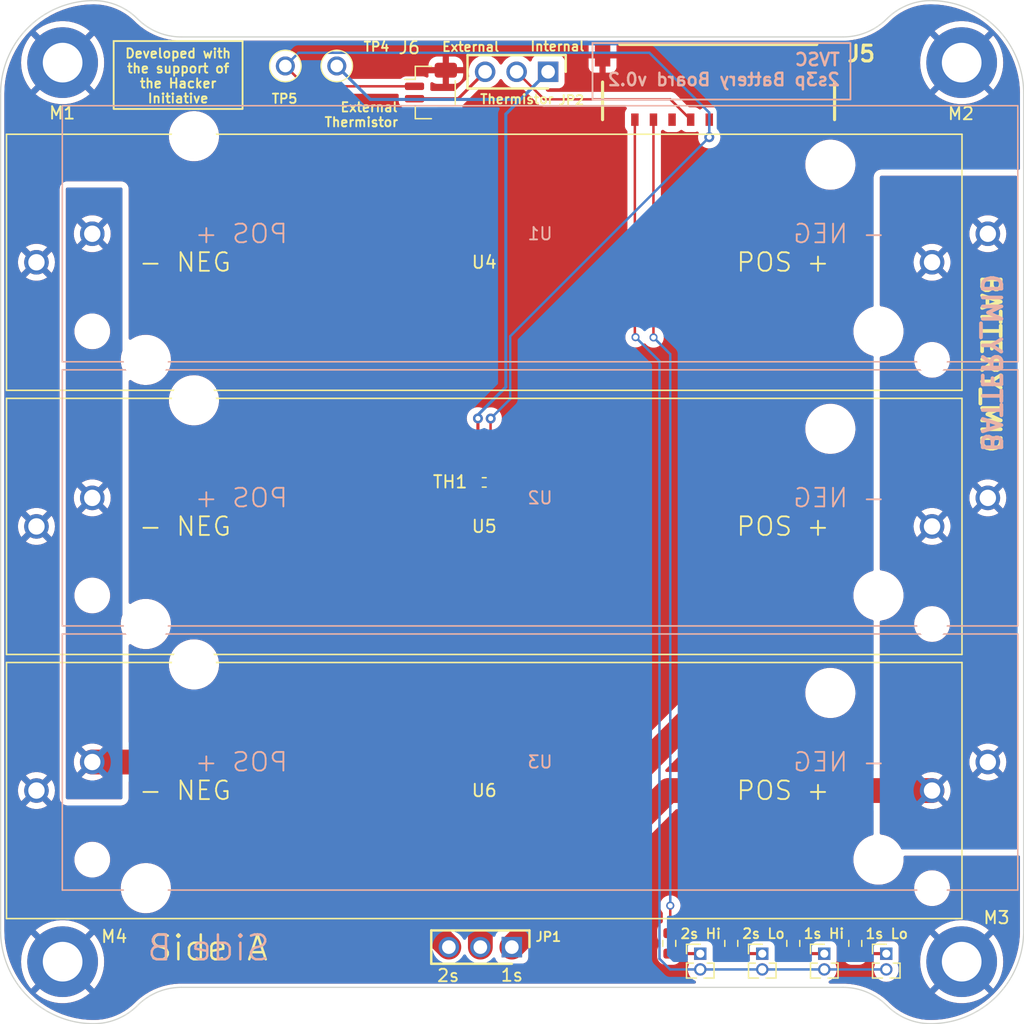
<source format=kicad_pcb>
(kicad_pcb (version 20221018) (generator pcbnew)
  (layers (0 "F.Cu" signal) (31 "B.Cu" signal) (34 "B.Paste" user) (35 "F.Paste" user) (36 "B.SilkS" user "B.Silkscreen") (37 "F.SilkS" user "F.Silkscreen") (38 "B.Mask" user) (39 "F.Mask" user) (44 "Edge.Cuts" user))
  (property "PCB_VERSION" "0.2")
  (net 0 "")
  (net 1 "BATTERY_ID_+")
  (net 2 "BATTERY_-")
  (net 3 "/BATTERY_+_OUTPUT")
  (net 5 "THERMISTOR_-")
  (net 6 "THERMISTOR_+")
  (net 8 "BATTERY_ID_-")
  (net 9 "BATTERY_+")
  (net 10 "BATTERY_MID")
  (net 11 "/THERMISTOR_REAL_+")
  (net 12 "/2S_1.5MHz_SEL")
  (net 13 "/2S_750kHz_SEL")
  (net 14 "/1S_1.5MHz_SEL")
  (net 15 "/1S_750kHz_SEL")
  (net 16 "Net-(J6-Pin_2)")
  (footprint "MountingHole:MountingHole_3.2mm_M3_ISO7380_Pad_TopBottom" (layer "F.Cu") (at 105 127.5)
    (fp_text reference "M4" (at 4.16 -2.03) (layer "F.SilkS"))
    (fp_text value "~")
    (pad "1" thru_hole circle (at 0 0) (size 3.6 3.6) (drill 3.2) (layers "*.Cu" "*.Mask") (net 2 "BATTERY_-"))
    (pad "1" connect circle (at 0 0) (size 5.7 5.7) (layers "F.Cu" "F.Mask") (net 2 "BATTERY_-"))
    (pad "1" connect circle (at 0 0) (size 5.7 5.7) (layers "B.Cu" "B.Mask") (net 2 "BATTERY_-"))
  )
  (footprint "MountingHole:MountingHole_3.2mm_M3_ISO7380_Pad_TopBottom" (layer "F.Cu") (at 177.5 55)
    (fp_text reference "M2" (at -0.06 4.11) (layer "F.SilkS"))
    (fp_text value "~")
    (pad "1" thru_hole circle (at 0 0) (size 3.6 3.6) (drill 3.2) (layers "*.Cu" "*.Mask") (net 2 "BATTERY_-"))
    (pad "1" connect circle (at 0 0) (size 5.7 5.7) (layers "F.Cu" "F.Mask") (net 2 "BATTERY_-"))
    (pad "1" connect circle (at 0 0) (size 5.7 5.7) (layers "B.Cu" "B.Mask") (net 2 "BATTERY_-"))
  )
  (footprint "Resistor_SMD:R_0603_1608Metric" (layer "F.Cu") (at 163.92 126.025 90)
    (fp_text reference "R3" hide)
    (fp_text value "3.0k")
    (fp_text user "1s Hi" (at 0.785 2.48 unlocked) (layer "F.SilkS") (effects (font (size 0.8 0.8))))
    (fp_line (start -0.237258 -0.5225) (end 0.237258 -0.5225) (stroke (width 0.12)) (layer "F.SilkS"))
    (fp_line (start -0.237258 0.5225) (end 0.237258 0.5225) (stroke (width 0.12)) (layer "F.SilkS"))
    (pad "1" smd roundrect (at -0.825 0 90) (size 0.8 0.95) (layers "F.Cu" "F.Paste" "F.Mask") (net 14 "/1S_1.5MHz_SEL"))
    (pad "2" smd roundrect (at 0.825 0 90) (size 0.8 0.95) (layers "F.Cu" "F.Paste" "F.Mask") (net 8 "BATTERY_ID_-"))
  )
  (footprint "footprints:Keystone_5002" (layer "F.Cu") (at 122.96 55.27 -90)
    (fp_text reference "TP5" (at 2.64 0.06) (layer "F.SilkS") (effects (font (size 0.75 0.75))))
    (fp_text value "White" hide)
    (fp_line (start -1.27 0) (end -1.27 0) (stroke (width 0.1)) (layer "F.SilkS"))
    (fp_line (start 1.27 0) (end 1.27 0) (stroke (width 0.1)) (layer "F.SilkS"))
    (fp_arc (start -1.27 0) (mid 0 -1.27) (end 1.27 0) (stroke (width 0.1)) (layer "F.SilkS"))
    (fp_arc (start 1.27 0) (mid 0 1.27) (end -1.27 0) (stroke (width 0.1)) (layer "F.SilkS"))
    (pad "1" thru_hole circle (at 0 0 270) (size 1.53 1.53) (drill 1.02) (layers "*.Cu" "*.Mask") (net 5 "THERMISTOR_-"))
  )
  (footprint "footprints:Keystone_5002" (layer "F.Cu") (at 127.11 55.27 -90)
    (fp_text reference "TP4" (at -1.55 -3.2) (layer "F.SilkS") (effects (font (size 0.75 0.75))))
    (fp_text value "White" hide)
    (fp_line (start -1.27 0) (end -1.27 0) (stroke (width 0.1)) (layer "F.SilkS"))
    (fp_line (start 1.27 0) (end 1.27 0) (stroke (width 0.1)) (layer "F.SilkS"))
    (fp_arc (start -1.27 0) (mid 0 -1.27) (end 1.27 0) (stroke (width 0.1)) (layer "F.SilkS"))
    (fp_arc (start 1.27 0) (mid 0 1.27) (end -1.27 0) (stroke (width 0.1)) (layer "F.SilkS"))
    (pad "1" thru_hole circle (at 0 0 270) (size 1.53 1.53) (drill 1.02) (layers "*.Cu" "*.Mask") (net 11 "/THERMISTOR_REAL_+"))
  )
  (footprint "footprints:BAT_1043" (layer "F.Cu") (at 139 113.7)
    (fp_text reference "U6" (at 0 0) (layer "F.SilkS"))
    (fp_text value "1043")
    (fp_text user "- NEG" (at -27.94 0 unlocked) (layer "F.SilkS") (effects (font (size 1.5 1.5)) (justify left)))
    (fp_text user "POS +" (at 27.94 0 unlocked) (layer "F.SilkS") (effects (font (size 1.5 1.5)) (justify right)))
    (fp_line (start -38.525 -10.325) (end -38.525 10.325) (stroke (width 0.127)) (layer "F.SilkS"))
    (fp_line (start -38.525 10.325) (end 38.525 10.325) (stroke (width 0.127)) (layer "F.SilkS"))
    (fp_line (start 38.525 -10.325) (end -38.525 -10.325) (stroke (width 0.127)) (layer "F.SilkS"))
    (fp_line (start 38.525 10.325) (end 38.525 -10.325) (stroke (width 0.127)) (layer "F.SilkS"))
    (pad "" np_thru_hole circle (at -27.29 7.87) (size 3.55 3.55) (drill 3.55) (layers "*.Cu" "*.Mask"))
    (pad "" np_thru_hole circle (at 27.91 -7.87) (size 3.55 3.55) (drill 3.55) (layers "*.Cu" "*.Mask"))
    (pad "" np_thru_hole circle (at 36.11 7.87) (size 2.39 2.39) (drill 2.39) (layers "*.Cu" "*.Mask"))
    (pad "N" thru_hole circle (at -36.11 0) (size 1.98 1.98) (drill 1.32) (layers "*.Cu" "*.Mask") (net 2 "BATTERY_-"))
    (pad "P" thru_hole circle (at 36.11 0) (size 1.98 1.98) (drill 1.32) (layers "*.Cu" "*.Mask") (net 10 "BATTERY_MID"))
  )
  (footprint "Resistor_SMD:R_0603_1608Metric" (layer "F.Cu") (at 153.92 126.025 90)
    (fp_text reference "R1" hide)
    (fp_text value "6.04k")
    (fp_text user "2s Hi" (at 0.775 2.54 unlocked) (layer "F.SilkS") (effects (font (size 0.8 0.8))))
    (fp_line (start -0.237258 -0.5225) (end 0.237258 -0.5225) (stroke (width 0.12)) (layer "F.SilkS"))
    (fp_line (start -0.237258 0.5225) (end 0.237258 0.5225) (stroke (width 0.12)) (layer "F.SilkS"))
    (pad "1" smd roundrect (at -0.825 0 90) (size 0.8 0.95) (layers "F.Cu" "F.Paste" "F.Mask") (net 12 "/2S_1.5MHz_SEL"))
    (pad "2" smd roundrect (at 0.825 0 90) (size 0.8 0.95) (layers "F.Cu" "F.Paste" "F.Mask") (net 8 "BATTERY_ID_-"))
  )
  (footprint "MountingHole:MountingHole_3.2mm_M3_ISO7380_Pad_TopBottom" (layer "F.Cu") (at 177.5 127.5)
    (fp_text reference "M3" (at 2.81 -3.55) (layer "F.SilkS"))
    (fp_text value "~")
    (pad "1" thru_hole circle (at 0 0) (size 3.6 3.6) (drill 3.2) (layers "*.Cu" "*.Mask") (net 2 "BATTERY_-"))
    (pad "1" connect circle (at 0 0) (size 5.7 5.7) (layers "F.Cu" "F.Mask") (net 2 "BATTERY_-"))
    (pad "1" connect circle (at 0 0) (size 5.7 5.7) (layers "B.Cu" "B.Mask") (net 2 "BATTERY_-"))
  )
  (footprint "Connector_PinHeader_1.27mm:PinHeader_1x02_P1.27mm_Vertical" (layer "F.Cu") (at 171.42 126.855)
    (fp_text reference "J4" hide)
    (fp_text value "2-pin Header" hide)
    (fp_line (start -1.11 -0.76) (end 0 -0.76) (stroke (width 0.12)) (layer "F.SilkS"))
    (fp_line (start -1.11 0) (end -1.11 -0.76) (stroke (width 0.12)) (layer "F.SilkS"))
    (fp_line (start -1.11 0.76) (end -1.11 1.965) (stroke (width 0.12)) (layer "F.SilkS"))
    (fp_line (start -1.11 0.76) (end -0.563471 0.76) (stroke (width 0.12)) (layer "F.SilkS"))
    (fp_line (start -1.11 1.965) (end -0.30753 1.965) (stroke (width 0.12)) (layer "F.SilkS"))
    (fp_line (start 0.30753 1.965) (end 1.11 1.965) (stroke (width 0.12)) (layer "F.SilkS"))
    (fp_line (start 0.563471 0.76) (end 1.11 0.76) (stroke (width 0.12)) (layer "F.SilkS"))
    (fp_line (start 1.11 0.76) (end 1.11 1.965) (stroke (width 0.12)) (layer "F.SilkS"))
    (pad "1" thru_hole rect (at 0 0) (size 1 1) (drill 0.65) (layers "*.Cu" "*.Mask") (net 15 "/1S_750kHz_SEL"))
    (pad "2" thru_hole oval (at 0 1.27) (size 1 1) (drill 0.65) (layers "*.Cu" "*.Mask") (net 1 "BATTERY_ID_+"))
  )
  (footprint "footprints:HDRV3W64P0X254_1X3_762X254X869P" (layer "F.Cu") (at 144.15 55.74 180)
    (fp_text reference "JP2" (at -1.88 -2.29 180) (layer "F.SilkS") (effects (font (size 0.75 0.75))))
    (fp_text value "Conn_01x03" hide)
    (fp_text user "External" (at 6.25 2.01 unlocked) (layer "F.SilkS") (effects (font (size 0.75 0.75))))
    (fp_text user "Thermistor" (at 2.52 -2.21 unlocked) (layer "F.SilkS") (effects (font (size 0.75 0.75))))
    (fp_text user "Internal" (at -0.75 2.05 unlocked) (layer "F.SilkS") (effects (font (size 0.75 0.75))))
    (fp_line (start -1.42 0) (end -1.42 1.345) (stroke (width 0.2)) (layer "F.SilkS"))
    (fp_line (start -1.42 1.345) (end 6.5 1.345) (stroke (width 0.2)) (layer "F.SilkS"))
    (fp_line (start 6.5 -1.345) (end 0 -1.345) (stroke (width 0.2)) (layer "F.SilkS"))
    (fp_line (start 6.5 1.345) (end 6.5 -1.345) (stroke (width 0.2)) (layer "F.SilkS"))
    (pad "1" thru_hole rect (at 0 0 180) (size 1.65 1.65) (drill 1.1) (layers "*.Cu" "*.Mask") (net 11 "/THERMISTOR_REAL_+"))
    (pad "2" thru_hole circle (at 2.54 0 180) (size 1.65 1.65) (drill 1.1) (layers "*.Cu" "*.Mask") (net 6 "THERMISTOR_+"))
    (pad "3" thru_hole circle (at 5.08 0 180) (size 1.65 1.65) (drill 1.1) (layers "*.Cu" "*.Mask") (net 16 "Net-(J6-Pin_2)"))
  )
  (footprint "footprints:BAT_1043" (layer "F.Cu") (at 139 92.4)
    (fp_text reference "U5" (at 0 0) (layer "F.SilkS"))
    (fp_text value "1043")
    (fp_text user "- NEG" (at -27.94 0 unlocked) (layer "F.SilkS") (effects (font (size 1.5 1.5)) (justify left)))
    (fp_text user "POS +" (at 27.94 0 unlocked) (layer "F.SilkS") (effects (font (size 1.5 1.5)) (justify right)))
    (fp_line (start -38.525 -10.325) (end -38.525 10.325) (stroke (width 0.127)) (layer "F.SilkS"))
    (fp_line (start -38.525 10.325) (end 38.525 10.325) (stroke (width 0.127)) (layer "F.SilkS"))
    (fp_line (start 38.525 -10.325) (end -38.525 -10.325) (stroke (width 0.127)) (layer "F.SilkS"))
    (fp_line (start 38.525 10.325) (end 38.525 -10.325) (stroke (width 0.127)) (layer "F.SilkS"))
    (pad "" np_thru_hole circle (at -27.29 7.87) (size 3.55 3.55) (drill 3.55) (layers "*.Cu" "*.Mask"))
    (pad "" np_thru_hole circle (at 27.91 -7.87) (size 3.55 3.55) (drill 3.55) (layers "*.Cu" "*.Mask"))
    (pad "" np_thru_hole circle (at 36.11 7.87) (size 2.39 2.39) (drill 2.39) (layers "*.Cu" "*.Mask"))
    (pad "N" thru_hole circle (at -36.11 0) (size 1.98 1.98) (drill 1.32) (layers "*.Cu" "*.Mask") (net 2 "BATTERY_-"))
    (pad "P" thru_hole circle (at 36.11 0) (size 1.98 1.98) (drill 1.32) (layers "*.Cu" "*.Mask") (net 10 "BATTERY_MID"))
  )
  (footprint "Resistor_SMD:R_0603_1608Metric" (layer "F.Cu") (at 158.92 126.025 90)
    (fp_text reference "R2" hide)
    (fp_text value "8.2k")
    (fp_text user "2s Lo" (at 0.785 2.6 unlocked) (layer "F.SilkS") (effects (font (size 0.8 0.8))))
    (fp_line (start -0.237258 -0.5225) (end 0.237258 -0.5225) (stroke (width 0.12)) (layer "F.SilkS"))
    (fp_line (start -0.237258 0.5225) (end 0.237258 0.5225) (stroke (width 0.12)) (layer "F.SilkS"))
    (pad "1" smd roundrect (at -0.825 0 90) (size 0.8 0.95) (layers "F.Cu" "F.Paste" "F.Mask") (net 13 "/2S_750kHz_SEL"))
    (pad "2" smd roundrect (at 0.825 0 90) (size 0.8 0.95) (layers "F.Cu" "F.Paste" "F.Mask") (net 8 "BATTERY_ID_-"))
  )
  (footprint "footprints:HDRV3W64P0X254_1X3_762X254X869P" (layer "F.Cu") (at 141.225 126.325 180)
    (fp_text reference "JP1" (at -2.945 0.825 180) (layer "F.SilkS") (effects (font (size 0.75 0.75))))
    (fp_text value "Conn_01x03" hide)
    (fp_text user "2s" (at 5.135 -2.295 unlocked) (layer "F.SilkS"))
    (fp_text user "1s" (at -0.005 -2.265 unlocked) (layer "F.SilkS"))
    (fp_line (start -1.42 0) (end -1.42 1.345) (stroke (width 0.2)) (layer "F.SilkS"))
    (fp_line (start -1.42 1.345) (end 6.5 1.345) (stroke (width 0.2)) (layer "F.SilkS"))
    (fp_line (start 6.5 -1.345) (end 0 -1.345) (stroke (width 0.2)) (layer "F.SilkS"))
    (fp_line (start 6.5 1.345) (end 6.5 -1.345) (stroke (width 0.2)) (layer "F.SilkS"))
    (pad "1" thru_hole rect (at 0 0 180) (size 1.65 1.65) (drill 1.1) (layers "*.Cu" "*.Mask") (net 10 "BATTERY_MID"))
    (pad "2" thru_hole circle (at 2.54 0 180) (size 1.65 1.65) (drill 1.1) (layers "*.Cu" "*.Mask") (net 3 "/BATTERY_+_OUTPUT"))
    (pad "3" thru_hole circle (at 5.08 0 180) (size 1.65 1.65) (drill 1.1) (layers "*.Cu" "*.Mask") (net 9 "BATTERY_+"))
  )
  (footprint "Connector_PinHeader_1.27mm:PinHeader_1x02_P1.27mm_Vertical" (layer "F.Cu") (at 161.42 126.855)
    (fp_text reference "J2" hide)
    (fp_text value "2-pin Header" hide)
    (fp_line (start -1.11 -0.76) (end 0 -0.76) (stroke (width 0.12)) (layer "F.SilkS"))
    (fp_line (start -1.11 0) (end -1.11 -0.76) (stroke (width 0.12)) (layer "F.SilkS"))
    (fp_line (start -1.11 0.76) (end -1.11 1.965) (stroke (width 0.12)) (layer "F.SilkS"))
    (fp_line (start -1.11 0.76) (end -0.563471 0.76) (stroke (width 0.12)) (layer "F.SilkS"))
    (fp_line (start -1.11 1.965) (end -0.30753 1.965) (stroke (width 0.12)) (layer "F.SilkS"))
    (fp_line (start 0.30753 1.965) (end 1.11 1.965) (stroke (width 0.12)) (layer "F.SilkS"))
    (fp_line (start 0.563471 0.76) (end 1.11 0.76) (stroke (width 0.12)) (layer "F.SilkS"))
    (fp_line (start 1.11 0.76) (end 1.11 1.965) (stroke (width 0.12)) (layer "F.SilkS"))
    (pad "1" thru_hole rect (at 0 0) (size 1 1) (drill 0.65) (layers "*.Cu" "*.Mask") (net 13 "/2S_750kHz_SEL"))
    (pad "2" thru_hole oval (at 0 1.27) (size 1 1) (drill 0.65) (layers "*.Cu" "*.Mask") (net 1 "BATTERY_ID_+"))
  )
  (footprint "Resistor_SMD:R_0402_1005Metric" (layer "F.Cu") (at 139 88.85)
    (fp_text reference "TH1" (at -2.75 -0.04) (layer "F.SilkS"))
    (fp_text value "10k NTC")
    (fp_line (start -0.153641 -0.38) (end 0.153641 -0.38) (stroke (width 0.12)) (layer "F.SilkS"))
    (fp_line (start -0.153641 0.38) (end 0.153641 0.38) (stroke (width 0.12)) (layer "F.SilkS"))
    (pad "1" smd roundrect (at -0.51 0) (size 0.54 0.64) (layers "F.Cu" "F.Paste" "F.Mask") (net 11 "/THERMISTOR_REAL_+"))
    (pad "2" smd roundrect (at 0.51 0) (size 0.54 0.64) (layers "F.Cu" "F.Paste" "F.Mask") (net 5 "THERMISTOR_-"))
  )
  (footprint "Connector_Molex:Molex_Pico-Clasp_501331-0207_1x02-1MP_P1.00mm_Vertical" (layer "F.Cu") (at 134.7 57.41 -90)
    (fp_text reference "J6" (at -3.61 1.745) (layer "F.SilkS"))
    (fp_text value "Conn_02x01_MountingPin" hide)
    (fp_text user "External" (at 1.19 4.99 unlocked) (layer "F.SilkS") (effects (font (size 0.75 0.75))))
    (fp_text user "Thermistor" (at 2.39 5.61 unlocked) (layer "F.SilkS") (effects (font (size 0.75 0.75))))
    (fp_line (start -2.11 -0.04) (end -2.11 1.26) (stroke (width 0.12)) (layer "F.SilkS"))
    (fp_line (start -2.11 1.26) (end -1.06 1.26) (stroke (width 0.12)) (layer "F.SilkS"))
    (fp_line (start -1.06 1.26) (end -1.06 2.1) (stroke (width 0.12)) (layer "F.SilkS"))
    (fp_line (start -0.94 -1.96) (end 0.94 -1.96) (stroke (width 0.12)) (layer "F.SilkS"))
    (fp_line (start 2.11 -0.04) (end 2.11 1.26) (stroke (width 0.12)) (layer "F.SilkS"))
    (fp_line (start 2.11 1.26) (end 1.06 1.26) (stroke (width 0.12)) (layer "F.SilkS"))
    (pad "1" smd roundrect (at -0.5 1.325 270) (size 0.6 1.55) (layers "F.Cu" "F.Paste" "F.Mask") (net 5 "THERMISTOR_-"))
    (pad "2" smd roundrect (at 0.5 1.325 270) (size 0.6 1.55) (layers "F.Cu" "F.Paste" "F.Mask") (net 16 "Net-(J6-Pin_2)"))
    (pad "MP" smd roundrect (at -1.8 -1.2 270) (size 1.2 1.8) (layers "F.Cu" "F.Paste" "F.Mask") (roundrect_rratio 0.208333) (net 2 "BATTERY_-"))
    (pad "MP" smd roundrect (at 1.8 -1.2 270) (size 1.2 1.8) (layers "F.Cu" "F.Paste" "F.Mask") (roundrect_rratio 0.208333) (net 2 "BATTERY_-"))
  )
  (footprint "footprints:504050-1091" (layer "F.Cu") (at 164.645 59.6)
    (fp_text reference "J5" (at 4.755 -5.31) (layer "F.SilkS") (effects (font (size 1.27 1.27) (thickness 0.254))))
    (fp_text value "Interconnect_Battery_Power-Battery_side" hide)
    (fp_line (start -16.105 -3.032) (end -16.105 0) (stroke (width 0.254)) (layer "F.SilkS"))
    (fp_line (start -14.712 -6.063) (end 1.17 -6.063) (stroke (width 0.254)) (layer "F.SilkS"))
    (fp_line (start 2.605 -3.032) (end 2.605 0) (stroke (width 0.254)) (layer "F.SilkS"))
    (pad "1" smd rect (at -13.5 0) (size 0.6 1) (layers "F.Cu" "F.Paste" "F.Mask") (net 1 "BATTERY_ID_+"))
    (pad "2" smd rect (at -12 0) (size 0.6 1) (layers "F.Cu" "F.Paste" "F.Mask") (net 8 "BATTERY_ID_-"))
    (pad "3" smd rect (at -10.5 0) (size 0.6 1) (layers "F.Cu" "F.Paste" "F.Mask"))
    (pad "4" smd rect (at -9 0) (size 0.6 1) (layers "F.Cu" "F.Paste" "F.Mask") (net 6 "THERMISTOR_+"))
    (pad "5" smd rect (at -7.5 0) (size 0.6 1) (layers "F.Cu" "F.Paste" "F.Mask") (net 5 "THERMISTOR_-"))
    (pad "6" smd rect (at -6 0) (size 0.6 1) (layers "F.Cu" "F.Paste" "F.Mask"))
    (pad "7" smd rect (at -4.5 0) (size 0.6 1) (layers "F.Cu" "F.Paste" "F.Mask") (net 3 "/BATTERY_+_OUTPUT"))
    (pad "8" smd rect (at -3 0) (size 0.6 1) (layers "F.Cu" "F.Paste" "F.Mask") (net 3 "/BATTERY_+_OUTPUT"))
    (pad "9" smd rect (at -1.5 0) (size 0.6 1) (layers "F.Cu" "F.Paste" "F.Mask") (net 2 "BATTERY_-"))
    (pad "10" smd rect (at 0 0) (size 0.6 1) (layers "F.Cu" "F.Paste" "F.Mask") (net 2 "BATTERY_-"))
    (pad "11" smd rect (at 2.605 -5.19) (size 1.25 1.8) (layers "F.Cu" "F.Paste" "F.Mask") (net 2 "BATTERY_-"))
    (pad "12" smd rect (at -16.105 -5.19) (size 1.25 1.8) (layers "F.Cu" "F.Paste" "F.Mask") (net 2 "BATTERY_-"))
  )
  (footprint "Connector_PinHeader_1.27mm:PinHeader_1x02_P1.27mm_Vertical" (layer "F.Cu") (at 156.42 126.855)
    (fp_text reference "J1" hide)
    (fp_text value "2-pin Header" hide)
    (fp_line (start -1.11 -0.76) (end 0 -0.76) (stroke (width 0.12)) (layer "F.SilkS"))
    (fp_line (start -1.11 0) (end -1.11 -0.76) (stroke (width 0.12)) (layer "F.SilkS"))
    (fp_line (start -1.11 0.76) (end -1.11 1.965) (stroke (width 0.12)) (layer "F.SilkS"))
    (fp_line (start -1.11 0.76) (end -0.563471 0.76) (stroke (width 0.12)) (layer "F.SilkS"))
    (fp_line (start -1.11 1.965) (end -0.30753 1.965) (stroke (width 0.12)) (layer "F.SilkS"))
    (fp_line (start 0.30753 1.965) (end 1.11 1.965) (stroke (width 0.12)) (layer "F.SilkS"))
    (fp_line (start 0.563471 0.76) (end 1.11 0.76) (stroke (width 0.12)) (layer "F.SilkS"))
    (fp_line (start 1.11 0.76) (end 1.11 1.965) (stroke (width 0.12)) (layer "F.SilkS"))
    (pad "1" thru_hole rect (at 0 0) (size 1 1) (drill 0.65) (layers "*.Cu" "*.Mask") (net 12 "/2S_1.5MHz_SEL"))
    (pad "2" thru_hole oval (at 0 1.27) (size 1 1) (drill 0.65) (layers "*.Cu" "*.Mask") (net 1 "BATTERY_ID_+"))
  )
  (footprint "Resistor_SMD:R_0603_1608Metric" (layer "F.Cu") (at 168.92 126.025 90)
    (fp_text reference "R4" hide)
    (fp_text value "4.7k")
    (fp_text user "1s Lo" (at 0.775 2.54 unlocked) (layer "F.SilkS") (effects (font (size 0.8 0.8))))
    (fp_line (start -0.237258 -0.5225) (end 0.237258 -0.5225) (stroke (width 0.12)) (layer "F.SilkS"))
    (fp_line (start -0.237258 0.5225) (end 0.237258 0.5225) (stroke (width 0.12)) (layer "F.SilkS"))
    (pad "1" smd roundrect (at -0.825 0 90) (size 0.8 0.95) (layers "F.Cu" "F.Paste" "F.Mask") (net 15 "/1S_750kHz_SEL"))
    (pad "2" smd roundrect (at 0.825 0 90) (size 0.8 0.95) (layers "F.Cu" "F.Paste" "F.Mask") (net 8 "BATTERY_ID_-"))
  )
  (footprint "Connector_PinHeader_1.27mm:PinHeader_1x02_P1.27mm_Vertical" (layer "F.Cu") (at 166.42 126.855)
    (fp_text reference "J3" hide)
    (fp_text value "2-pin Header" hide)
    (fp_line (start -1.11 -0.76) (end 0 -0.76) (stroke (width 0.12)) (layer "F.SilkS"))
    (fp_line (start -1.11 0) (end -1.11 -0.76) (stroke (width 0.12)) (layer "F.SilkS"))
    (fp_line (start -1.11 0.76) (end -1.11 1.965) (stroke (width 0.12)) (layer "F.SilkS"))
    (fp_line (start -1.11 0.76) (end -0.563471 0.76) (stroke (width 0.12)) (layer "F.SilkS"))
    (fp_line (start -1.11 1.965) (end -0.30753 1.965) (stroke (width 0.12)) (layer "F.SilkS"))
    (fp_line (start 0.30753 1.965) (end 1.11 1.965) (stroke (width 0.12)) (layer "F.SilkS"))
    (fp_line (start 0.563471 0.76) (end 1.11 0.76) (stroke (width 0.12)) (layer "F.SilkS"))
    (fp_line (start 1.11 0.76) (end 1.11 1.965) (stroke (width 0.12)) (layer "F.SilkS"))
    (pad "1" thru_hole rect (at 0 0) (size 1 1) (drill 0.65) (layers "*.Cu" "*.Mask") (net 14 "/1S_1.5MHz_SEL"))
    (pad "2" thru_hole oval (at 0 1.27) (size 1 1) (drill 0.65) (layers "*.Cu" "*.Mask") (net 1 "BATTERY_ID_+"))
  )
  (footprint "MountingHole:MountingHole_3.2mm_M3_ISO7380_Pad_TopBottom" (layer "F.Cu") (at 105 55)
    (fp_text reference "M1" (at -0.04 4.06) (layer "F.SilkS"))
    (fp_text value "~")
    (pad "1" thru_hole circle (at 0 0) (size 3.6 3.6) (drill 3.2) (layers "*.Cu" "*.Mask") (net 2 "BATTERY_-"))
    (pad "1" connect circle (at 0 0) (size 5.7 5.7) (layers "F.Cu" "F.Mask") (net 2 "BATTERY_-"))
    (pad "1" connect circle (at 0 0) (size 5.7 5.7) (layers "B.Cu" "B.Mask") (net 2 "BATTERY_-"))
  )
  (footprint "footprints:BAT_1043" (layer "F.Cu") (at 139 71.1)
    (fp_text reference "U4" (at 0 0) (layer "F.SilkS"))
    (fp_text value "1043")
    (fp_text user "- NEG" (at -27.94 0 unlocked) (layer "F.SilkS") (effects (font (size 1.5 1.5)) (justify left)))
    (fp_text user "POS +" (at 27.94 0 unlocked) (layer "F.SilkS") (effects (font (size 1.5 1.5)) (justify right)))
    (fp_line (start -38.525 -10.325) (end -38.525 10.325) (stroke (width 0.127)) (layer "F.SilkS"))
    (fp_line (start -38.525 10.325) (end 38.525 10.325) (stroke (width 0.127)) (layer "F.SilkS"))
    (fp_line (start 38.525 -10.325) (end -38.525 -10.325) (stroke (width 0.127)) (layer "F.SilkS"))
    (fp_line (start 38.525 10.325) (end 38.525 -10.325) (stroke (width 0.127)) (layer "F.SilkS"))
    (pad "" np_thru_hole circle (at -27.29 7.87) (size 3.55 3.55) (drill 3.55) (layers "*.Cu" "*.Mask"))
    (pad "" np_thru_hole circle (at 27.91 -7.87) (size 3.55 3.55) (drill 3.55) (layers "*.Cu" "*.Mask"))
    (pad "" np_thru_hole circle (at 36.11 7.87) (size 2.39 2.39) (drill 2.39) (layers "*.Cu" "*.Mask"))
    (pad "N" thru_hole circle (at -36.11 0) (size 1.98 1.98) (drill 1.32) (layers "*.Cu" "*.Mask") (net 2 "BATTERY_-"))
    (pad "P" thru_hole circle (at 36.11 0) (size 1.98 1.98) (drill 1.32) (layers "*.Cu" "*.Mask") (net 10 "BATTERY_MID"))
  )
  (footprint "footprints:BAT_1043" (layer "B.Cu") (at 143.5 90.1 180)
    (fp_text reference "U2" (at 0 0) (layer "B.SilkS") (effects (justify mirror)))
    (fp_text value "1043")
    (fp_text user "POS +" (at 27.94 0 unlocked) (layer "B.SilkS") (effects (font (size 1.5 1.5)) (justify right mirror)))
    (fp_text user "- NEG" (at -27.94 0 unlocked) (layer "B.SilkS") (effects (font (size 1.5 1.5)) (justify left mirror)))
    (fp_line (start -38.525 -10.325) (end 38.525 -10.325) (stroke (width 0.127)) (layer "B.SilkS"))
    (fp_line (start -38.525 10.325) (end -38.525 -10.325) (stroke (width 0.127)) (layer "B.SilkS"))
    (fp_line (start 38.525 -10.325) (end 38.525 10.325) (stroke (width 0.127)) (layer "B.SilkS"))
    (fp_line (start 38.525 10.325) (end -38.525 10.325) (stroke (width 0.127)) (layer "B.SilkS"))
    (pad "" np_thru_hole circle (at -27.29 -7.87 180) (size 3.55 3.55) (drill 3.55) (layers "*.Cu" "*.Mask"))
    (pad "" np_thru_hole circle (at 27.91 7.87 180) (size 3.55 3.55) (drill 3.55) (layers "*.Cu" "*.Mask"))
    (pad "" np_thru_hole circle (at 36.11 -7.87 180) (size 2.39 2.39) (drill 2.39) (layers "*.Cu" "*.Mask"))
    (pad "N" thru_hole circle (at -36.11 0 180) (size 1.98 1.98) (drill 1.32) (layers "*.Cu" "*.Mask") (net 10 "BATTERY_MID"))
    (pad "P" thru_hole circle (at 36.11 0 180) (size 1.98 1.98) (drill 1.32) (layers "*.Cu" "*.Mask") (net 9 "BATTERY_+"))
  )
  (footprint "footprints:BAT_1043" (layer "B.Cu") (at 143.5 68.8 180)
    (fp_text reference "U1" (at 0 0) (layer "B.SilkS") (effects (justify mirror)))
    (fp_text value "1043")
    (fp_text user "POS +" (at 27.94 0 unlocked) (layer "B.SilkS") (effects (font (size 1.5 1.5)) (justify right mirror)))
    (fp_text user "- NEG" (at -27.94 0 unlocked) (layer "B.SilkS") (effects (font (size 1.5 1.5)) (justify left mirror)))
    (fp_line (start -38.525 -10.325) (end 38.525 -10.325) (stroke (width 0.127)) (layer "B.SilkS"))
    (fp_line (start -38.525 10.325) (end -38.525 -10.325) (stroke (width 0.127)) (layer "B.SilkS"))
    (fp_line (start 38.525 -10.325) (end 38.525 10.325) (stroke (width 0.127)) (layer "B.SilkS"))
    (fp_line (start 38.525 10.325) (end -38.525 10.325) (stroke (width 0.127)) (layer "B.SilkS"))
    (pad "" np_thru_hole circle (at -27.29 -7.87 180) (size 3.55 3.55) (drill 3.55) (layers "*.Cu" "*.Mask"))
    (pad "" np_thru_hole circle (at 27.91 7.87 180) (size 3.55 3.55) (drill 3.55) (layers "*.Cu" "*.Mask"))
    (pad "" np_thru_hole circle (at 36.11 -7.87 180) (size 2.39 2.39) (drill 2.39) (layers "*.Cu" "*.Mask"))
    (pad "N" thru_hole circle (at -36.11 0 180) (size 1.98 1.98) (drill 1.32) (layers "*.Cu" "*.Mask") (net 10 "BATTERY_MID"))
    (pad "P" thru_hole circle (at 36.11 0 180) (size 1.98 1.98) (drill 1.32) (layers "*.Cu" "*.Mask") (net 9 "BATTERY_+"))
  )
  (footprint "footprints:BAT_1043" (layer "B.Cu") (at 143.5 111.4 180)
    (fp_text reference "U3" (at 0 0) (layer "B.SilkS") (effects (justify mirror)))
    (fp_text value "1043")
    (fp_text user "- NEG" (at -27.94 0 unlocked) (layer "B.SilkS") (effects (font (size 1.5 1.5)) (justify left mirror)))
    (fp_text user "POS +" (at 27.94 0 unlocked) (layer "B.SilkS") (effects (font (size 1.5 1.5)) (justify right mirror)))
    (fp_line (start -38.525 -10.325) (end 38.525 -10.325) (stroke (width 0.127)) (layer "B.SilkS"))
    (fp_line (start -38.525 10.325) (end -38.525 -10.325) (stroke (width 0.127)) (layer "B.SilkS"))
    (fp_line (start 38.525 -10.325) (end 38.525 10.325) (stroke (width 0.127)) (layer "B.SilkS"))
    (fp_line (start 38.525 10.325) (end -38.525 10.325) (stroke (width 0.127)) (layer "B.SilkS"))
    (pad "" np_thru_hole circle (at -27.29 -7.87 180) (size 3.55 3.55) (drill 3.55) (layers "*.Cu" "*.Mask"))
    (pad "" np_thru_hole circle (at 27.91 7.87 180) (size 3.55 3.55) (drill 3.55) (layers "*.Cu" "*.Mask"))
    (pad "" np_thru_hole circle (at 36.11 -7.87 180) (size 2.39 2.39) (drill 2.39) (layers "*.Cu" "*.Mask"))
    (pad "N" thru_hole circle (at -36.11 0 180) (size 1.98 1.98) (drill 1.32) (layers "*.Cu" "*.Mask") (net 10 "BATTERY_MID"))
    (pad "P" thru_hole circle (at 36.11 0 180) (size 1.98 1.98) (drill 1.32) (layers "*.Cu" "*.Mask") (net 9 "BATTERY_+"))
  )
  (gr_arc (start 114.571068 52.928932) (mid 112.657651 52.54833) (end 111.035534 51.464466) (stroke (width 0.1)) (layer "Edge.Cuts"))
  (gr_arc (start 107.5 50) (mid 109.413418 50.380601) (end 111.035534 51.464466) (stroke (width 0.1)) (layer "Edge.Cuts"))
  (gr_arc (start 171.464466 51.464466) (mid 169.842349 52.54833) (end 167.928932 52.928932) (stroke (width 0.1)) (layer "Edge.Cuts"))
  (gr_line (start 182.5 57.5) (end 182.5 125) (stroke (width 0.1)) (layer "Edge.Cuts"))
  (gr_arc (start 182.5 125) (mid 180.303301 130.303301) (end 175 132.5) (stroke (width 0.1)) (layer "Edge.Cuts"))
  (gr_arc (start 111.035534 131.035534) (mid 112.657651 129.951671) (end 114.571068 129.571068) (stroke (width 0.1)) (layer "Edge.Cuts"))
  (gr_arc (start 171.464466 51.464466) (mid 173.086583 50.380602) (end 175 50) (stroke (width 0.1)) (layer "Edge.Cuts"))
  (gr_arc (start 100 57.5) (mid 102.196699 52.196699) (end 107.5 50) (stroke (width 0.1)) (layer "Edge.Cuts"))
  (gr_arc (start 107.5 132.5) (mid 102.196699 130.303301) (end 100 125) (stroke (width 0.1)) (layer "Edge.Cuts"))
  (gr_line (start 100 125) (end 100 57.5) (stroke (width 0.1)) (layer "Edge.Cuts"))
  (gr_arc (start 175 50) (mid 180.303301 52.196699) (end 182.5 57.5) (stroke (width 0.1)) (layer "Edge.Cuts"))
  (gr_arc (start 167.928932 129.571068) (mid 169.84235 129.951669) (end 171.464466 131.035534) (stroke (width 0.1)) (layer "Edge.Cuts"))
  (gr_line (start 114.571068 52.928932) (end 167.928932 52.928932) (stroke (width 0.1)) (layer "Edge.Cuts"))
  (gr_line (start 167.928932 129.571068) (end 114.571068 129.571068) (stroke (width 0.1)) (layer "Edge.Cuts"))
  (gr_arc (start 111.035534 131.035534) (mid 109.413417 132.119398) (end 107.5 132.5) (stroke (width 0.1)) (layer "Edge.Cuts"))
  (gr_arc (start 175 132.5) (mid 173.086583 132.119398) (end 171.464466 131.035534) (stroke (width 0.1)) (layer "Edge.Cuts"))
  (gr_text "Side B" (at 116.76 126.39) (layer "B.SilkS") (effects (font (size 2 2) (thickness 0.2) bold) (justify mirror)))
  (gr_text "BATTERY_MID" (at 179 86.57 270) (layer "B.SilkS") (effects (font (size 1.5 1.5) (thickness 0.3) bold) (justify left bottom mirror)))
  (gr_text "BATTERY_MID" (at 178.95 71.94 -90) (layer "F.SilkS") (effects (font (size 1.5 1.5) (thickness 0.3) bold) (justify left bottom)))
  (gr_text "Side A" (at 116.76 126.39) (layer "F.SilkS") (effects (font (size 2 2) (thickness 0.2) bold)))
  (gr_text_box "TVSC\n2s3p Battery Board v${PCB_VERSION}\n" (start 147.73 53.42) (end 168.53 57.975) (layer "B.SilkS") (effects (font (size 1 1) (thickness 0.2) bold) (justify left top mirror)) (stroke (width 0.15)))
  (gr_text_box "Developed with the support of the Hacker Initiative" (start 109.116586 53.26) (end 119.51 58.736586) (layer "F.SilkS") (effects (font (size 0.75 0.75)) (justify top)) (stroke (width 0.15)))
  (segment (start 151.2 77.14) (end 151.145 77.085) (width 0.2) (layer "F.Cu") (net 1))
  (segment (start 151.145 77.085) (end 151.145 59.6) (width 0.2) (layer "F.Cu") (net 1))
  (via (at 151.2 77.14) (size 0.65) (drill 0.4) (layers "F.Cu" "B.Cu") (net 1))
  (segment (start 171.42 128.125) (end 156.42 128.125) (width 0.2) (layer "B.Cu") (net 1))
  (segment (start 153.13 127.265) (end 153.99 128.125) (width 0.2) (layer "B.Cu") (net 1))
  (segment (start 153.99 128.125) (end 156.42 128.125) (width 0.2) (layer "B.Cu") (net 1))
  (segment (start 153.13 79.07) (end 153.13 127.265) (width 0.2) (layer "B.Cu") (net 1))
  (segment (start 151.2 77.14) (end 153.13 79.07) (width 0.2) (layer "B.Cu") (net 1))
  (segment (start 161.08 102.42) (end 161.08 60.535) (width 2) (layer "F.Cu") (net 3))
  (segment (start 160.145 59.6) (end 161.645 59.6) (width 2) (layer "F.Cu") (net 3))
  (segment (start 138.685 126.325) (end 138.685 124.815) (width 2) (layer "F.Cu") (net 3))
  (segment (start 161.08 60.535) (end 160.145 59.6) (width 2) (layer "F.Cu") (net 3))
  (segment (start 138.685 124.815) (end 161.08 102.42) (width 2) (layer "F.Cu") (net 3))
  (segment (start 139.51 83.71) (end 139.51 88.85) (width 0.2) (layer "F.Cu") (net 5))
  (segment (start 139.52 83.7) (end 139.51 83.71) (width 0.2) (layer "F.Cu") (net 5))
  (segment (start 133.375 56.91) (end 124.6 56.91) (width 0.2) (layer "F.Cu") (net 5))
  (segment (start 124.6 56.91) (end 122.96 55.27) (width 0.2) (layer "F.Cu") (net 5))
  (segment (start 157.145 61.015) (end 157.145 59.6) (width 0.2) (layer "F.Cu") (net 5))
  (via (at 139.52 83.7) (size 0.8) (drill 0.4) (layers "F.Cu" "B.Cu") (net 5))
  (via (at 157.145 61.015) (size 0.8) (drill 0.4) (layers "F.Cu" "B.Cu") (net 5))
  (segment (start 152.315 54.205) (end 124.025 54.205) (width 0.2) (layer "B.Cu") (net 5))
  (segment (start 157.145 61.015) (end 157.145 59.035) (width 0.2) (layer "B.Cu") (net 5))
  (segment (start 139.52 83.7) (end 141.092 82.128) (width 0.2) (layer "B.Cu") (net 5))
  (segment (start 141.092 82.128) (end 141.092 77.068) (width 0.2) (layer "B.Cu") (net 5))
  (segment (start 124.025 54.205) (end 122.96 55.27) (width 0.2) (layer "B.Cu") (net 5))
  (segment (start 157.145 59.035) (end 152.315 54.205) (width 0.2) (layer "B.Cu") (net 5))
  (segment (start 141.092 77.068) (end 157.145 61.015) (width 0.2) (layer "B.Cu") (net 5))
  (segment (start 143.83 57.96) (end 154.005 57.96) (width 0.2) (layer "F.Cu") (net 6))
  (segment (start 154.005 57.96) (end 155.645 59.6) (width 0.2) (layer "F.Cu") (net 6))
  (segment (start 141.61 55.74) (end 143.83 57.96) (width 0.2) (layer "F.Cu") (net 6))
  (segment (start 152.645 77.155) (end 152.645 59.6) (width 0.2) (layer "F.Cu") (net 8))
  (segment (start 168.92 125.2) (end 153.92 125.2) (width 0.2) (layer "F.Cu") (net 8))
  (segment (start 154 125.12) (end 153.92 125.2) (width 0.2) (layer "F.Cu") (net 8))
  (segment (start 154 122.98) (end 154 125.12) (width 0.2) (layer "F.Cu") (net 8))
  (segment (start 152.65 77.16) (end 152.645 77.155) (width 0.2) (layer "F.Cu") (net 8))
  (via (at 154 122.98) (size 0.65) (drill 0.4) (layers "F.Cu" "B.Cu") (net 8))
  (via (at 152.65 77.16) (size 0.65) (drill 0.4) (layers "F.Cu" "B.Cu") (net 8))
  (segment (start 154 78.51) (end 154 122.98) (width 0.2) (layer "B.Cu") (net 8))
  (segment (start 152.65 77.16) (end 154 78.51) (width 0.2) (layer "B.Cu") (net 8))
  (segment (start 121.22 111.4) (end 107.39 111.4) (width 2) (layer "F.Cu") (net 9))
  (segment (start 136.145 126.325) (end 121.22 111.4) (width 2) (layer "F.Cu") (net 9))
  (segment (start 153.85 113.7) (end 141.225 126.325) (width 2) (layer "F.Cu") (net 10))
  (segment (start 175.11 113.7) (end 153.85 113.7) (width 2) (layer "F.Cu") (net 10))
  (segment (start 138.49 83.69) (end 138.49 88.85) (width 0.25) (layer "F.Cu") (net 11))
  (via (at 138.49 83.69) (size 0.8) (drill 0.4) (layers "F.Cu" "B.Cu") (net 11))
  (segment (start 129.81 57.97) (end 127.11 55.27) (width 0.25) (layer "B.Cu") (net 11))
  (segment (start 138.49 83.69) (end 138.49 83.41) (width 0.25) (layer "B.Cu") (net 11))
  (segment (start 144.15 55.74) (end 141.92 57.97) (width 0.25) (layer "B.Cu") (net 11))
  (segment (start 138.49 83.41) (end 140.74 81.16) (width 0.25) (layer "B.Cu") (net 11))
  (segment (start 141.92 57.97) (end 129.81 57.97) (width 0.25) (layer "B.Cu") (net 11))
  (segment (start 140.74 81.16) (end 140.74 59.15) (width 0.25) (layer "B.Cu") (net 11))
  (segment (start 140.74 59.15) (end 144.15 55.74) (width 0.25) (layer "B.Cu") (net 11))
  (segment (start 153.92 126.85) (end 156.415 126.85) (width 0.25) (layer "F.Cu") (net 12))
  (segment (start 158.92 126.85) (end 161.415 126.85) (width 0.25) (layer "F.Cu") (net 13))
  (segment (start 166.415 126.85) (end 166.42 126.855) (width 0.25) (layer "F.Cu") (net 14))
  (segment (start 163.92 126.85) (end 166.415 126.85) (width 0.25) (layer "F.Cu") (net 14))
  (segment (start 168.92 126.85) (end 171.415 126.85) (width 0.25) (layer "F.Cu") (net 15))
  (segment (start 133.375 57.91) (end 136.9 57.91) (width 0.25) (layer "F.Cu") (net 16))
  (segment (start 136.9 57.91) (end 139.07 55.74) (width 0.25) (layer "F.Cu") (net 16))
  (segment (start 139.01 55.68) (end 139.07 55.74) (width 0.25) (layer "F.Cu") (net 16))
  (zone (net 2) (net_name "BATTERY_-") (layers "F&B.Cu") (priority 2) (connect_pads (clearance 0.5)) (min_thickness 0.25) (fill yes (thermal_gap 0.5) (thermal_bridge_width 0.5))
    (polygon (pts (xy 182.5 132.5) (xy 182.5 50) (xy 100 50) (xy 100 132.5)))
  )
  (zone (net 9) (net_name "BATTERY_+") (layers "F&B.Cu") (priority 5) (connect_pads (clearance 0.5)) (min_thickness 0.25) (fill yes (thermal_gap 0.5) (thermal_bridge_width 0.5))
    (polygon (pts (xy 105.26 65.075) (xy 109.825 65.075) (xy 109.825 114.4) (xy 105.26 114.4)))
  )
  (zone (net 10) (net_name "BATTERY_MID") (layers "F&B.Cu") (priority 5) (connect_pads (clearance 0.5)) (min_thickness 0.25) (fill yes (thermal_gap 0.5) (thermal_bridge_width 0.5))
    (polygon (pts (xy 170.9 64.125) (xy 182 64.125) (xy 182 118.45) (xy 170.9 118.45)))
  )
)
</source>
